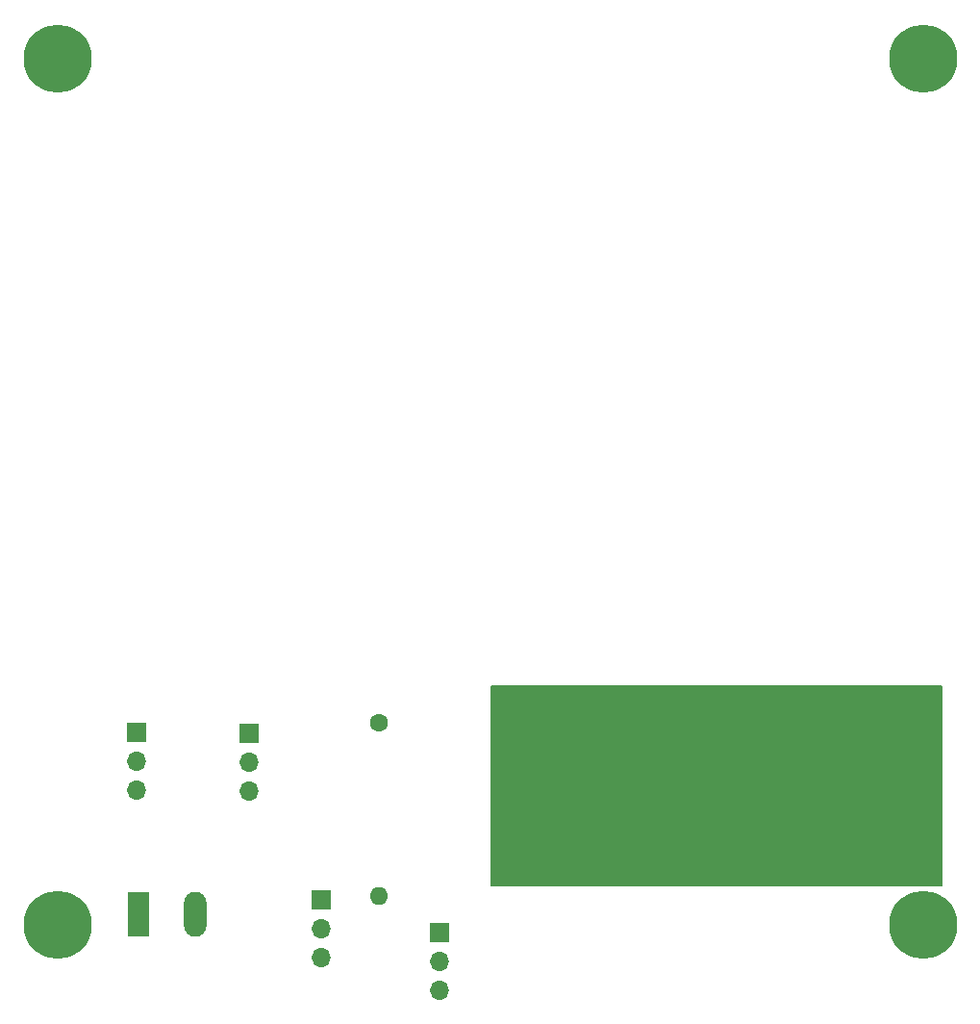
<source format=gbr>
%TF.GenerationSoftware,KiCad,Pcbnew,(6.0.0)*%
%TF.CreationDate,2022-09-01T11:05:02-05:00*%
%TF.ProjectId,SAQ-HV,5341512d-4856-42e6-9b69-6361645f7063,rev?*%
%TF.SameCoordinates,Original*%
%TF.FileFunction,Soldermask,Bot*%
%TF.FilePolarity,Negative*%
%FSLAX46Y46*%
G04 Gerber Fmt 4.6, Leading zero omitted, Abs format (unit mm)*
G04 Created by KiCad (PCBNEW (6.0.0)) date 2022-09-01 11:05:02*
%MOMM*%
%LPD*%
G01*
G04 APERTURE LIST*
%ADD10C,0.150000*%
%ADD11C,6.000000*%
%ADD12R,3.000000X3.000000*%
%ADD13C,3.000000*%
%ADD14R,1.700000X1.700000*%
%ADD15O,1.700000X1.700000*%
%ADD16C,1.600000*%
%ADD17O,1.600000X1.600000*%
%ADD18R,1.980000X3.960000*%
%ADD19O,1.980000X3.960000*%
G04 APERTURE END LIST*
D10*
X47752000Y-64770000D02*
X87376000Y-64770000D01*
X87376000Y-64770000D02*
X87376000Y-82296000D01*
X87376000Y-82296000D02*
X47752000Y-82296000D01*
X47752000Y-82296000D02*
X47752000Y-64770000D01*
G36*
X47752000Y-64770000D02*
G01*
X87376000Y-64770000D01*
X87376000Y-82296000D01*
X47752000Y-82296000D01*
X47752000Y-64770000D01*
G37*
D11*
%TO.C,H4*%
X9525000Y-85725000D03*
%TD*%
D12*
%TO.C,J4*%
X80264000Y-70739000D03*
D13*
X80264000Y-75819000D03*
%TD*%
D14*
%TO.C,J2*%
X32766000Y-83566000D03*
D15*
X32766000Y-86106000D03*
X32766000Y-88646000D03*
%TD*%
D16*
%TO.C,R1*%
X37846000Y-67945000D03*
D17*
X37846000Y-83185000D03*
%TD*%
D11*
%TO.C,H2*%
X85725000Y-85725000D03*
%TD*%
D14*
%TO.C,J3*%
X26416000Y-68849000D03*
D15*
X26416000Y-71389000D03*
X26416000Y-73929000D03*
%TD*%
D14*
%TO.C,J5*%
X43180000Y-86375000D03*
D15*
X43180000Y-88915000D03*
X43180000Y-91455000D03*
%TD*%
D14*
%TO.C,J1*%
X16510000Y-68834000D03*
D15*
X16510000Y-71374000D03*
X16510000Y-73914000D03*
%TD*%
D18*
%TO.C,BT1*%
X16637000Y-84836000D03*
D19*
X21637000Y-84836000D03*
%TD*%
D11*
%TO.C,H3*%
X9525000Y-9525000D03*
%TD*%
%TO.C,H1*%
X85725000Y-9525000D03*
%TD*%
M02*

</source>
